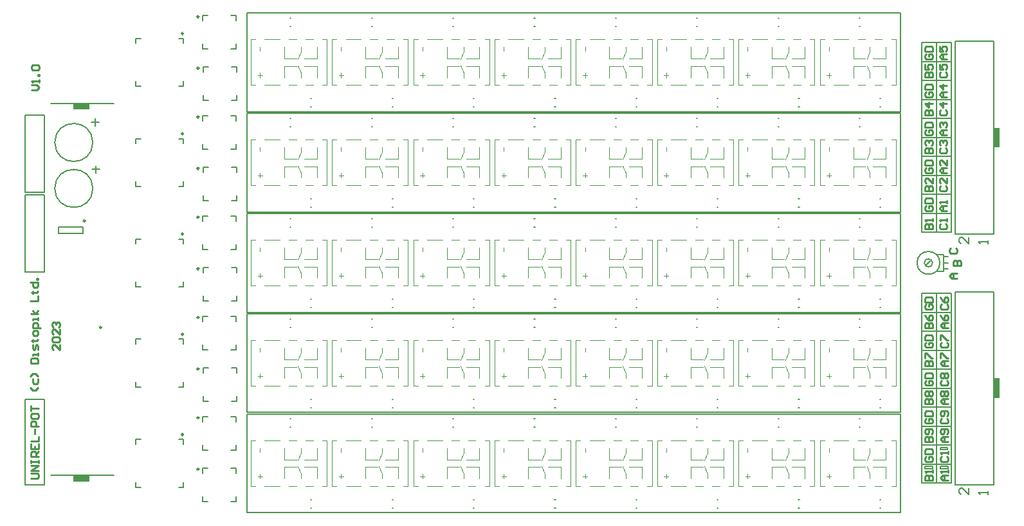
<source format=gto>
G04*
G04 #@! TF.GenerationSoftware,Altium Limited,Altium Designer,20.0.9 (164)*
G04*
G04 Layer_Color=65535*
%FSLAX25Y25*%
%MOIN*%
G70*
G01*
G75*
%ADD10C,0.00787*%
%ADD11C,0.00984*%
%ADD12C,0.00394*%
%ADD13C,0.01000*%
%ADD14C,0.00800*%
G36*
X32283Y37402D02*
X23622D01*
Y40551D01*
X32283D01*
Y37402D01*
D02*
G37*
G36*
X32283Y230315D02*
X23622D01*
Y233465D01*
X32283D01*
Y230315D01*
D02*
G37*
G36*
X503922Y80709D02*
X500787D01*
Y90945D01*
X503922D01*
Y80709D01*
D02*
G37*
G36*
X503922Y210630D02*
X500787D01*
Y220866D01*
X503922D01*
Y210630D01*
D02*
G37*
D10*
X469049Y150787D02*
G03*
X469049Y150787I-2120J0D01*
G01*
X472835D02*
G03*
X472835Y150787I-5906J0D01*
G01*
X33858Y189370D02*
G03*
X33858Y189370I-9843J0D01*
G01*
Y213189D02*
G03*
X33858Y213189I-9843J0D01*
G01*
X-1181Y35827D02*
X1181D01*
X-1181D02*
Y79921D01*
X-787D01*
X-1181Y35827D02*
X8661D01*
Y79921D01*
X-1181D02*
X8661D01*
X472958Y55112D02*
X476895D01*
X472958Y53931D02*
Y55112D01*
X476895Y53931D02*
Y55112D01*
X472958Y53931D02*
X476895D01*
X473021Y45286D02*
X476958D01*
X473021Y44104D02*
Y45286D01*
X476958Y44104D02*
Y45286D01*
X473021Y44104D02*
X476958D01*
X465167Y44059D02*
X469104D01*
Y45240D01*
X465167Y44059D02*
Y45240D01*
X469104D01*
X12205Y40551D02*
X44882D01*
X24409Y233465D02*
X26378D01*
X12205D02*
X44882D01*
X478740Y75984D02*
Y95669D01*
X471260Y146457D02*
X474803D01*
Y147638D02*
X477165D01*
X474803Y150787D02*
X477165D01*
X474803Y153937D02*
X477165D01*
X474803Y146457D02*
Y155118D01*
X471260D02*
X474803D01*
X465551Y149409D02*
X468110Y151969D01*
X463386Y116142D02*
Y135039D01*
X478740D01*
Y115354D02*
Y135039D01*
X463386Y115354D02*
X478740D01*
X471063D02*
Y135039D01*
X463386Y125197D02*
X478740D01*
X463386Y115354D02*
Y118898D01*
Y95669D02*
Y99213D01*
X463386Y105512D02*
X478740D01*
X471063Y95669D02*
Y115354D01*
X463386Y95669D02*
X478740D01*
Y115354D01*
X463386D02*
X478740D01*
X463386Y96457D02*
Y115354D01*
X463386Y75984D02*
Y79528D01*
X463386Y85827D02*
X478740D01*
X471063Y75984D02*
Y95669D01*
X463386Y75984D02*
X478740D01*
X463386Y95669D02*
X478740D01*
X463386Y76772D02*
Y95669D01*
X463386Y56299D02*
Y59842D01*
X463386Y66142D02*
X478740D01*
X471063Y56299D02*
Y75984D01*
X463386Y56299D02*
X478740D01*
Y75984D01*
X463386D02*
X478740D01*
X463386Y57087D02*
Y75984D01*
X463386Y36614D02*
Y40157D01*
X463386Y46457D02*
X478740D01*
X471063Y36614D02*
Y56299D01*
X463386Y36614D02*
X478740D01*
Y56299D01*
X463386D02*
X478740D01*
X463386Y37402D02*
Y56299D01*
Y167323D02*
Y186221D01*
X478740D01*
Y166535D02*
Y186221D01*
X463386Y166535D02*
X478740D01*
X471063D02*
Y186221D01*
X463386Y176378D02*
X478740D01*
X463386Y166535D02*
Y170079D01*
X463386Y187008D02*
Y205906D01*
X478740D01*
Y186221D02*
Y205906D01*
X463386Y186221D02*
X478740D01*
X471063D02*
Y205906D01*
X463386Y196063D02*
X478740D01*
X463386Y186221D02*
Y189764D01*
X463386Y206693D02*
Y225590D01*
X478740D01*
Y205906D02*
Y225590D01*
X463386Y205906D02*
X478740D01*
X471063D02*
Y225590D01*
X463386Y215748D02*
X478740D01*
X463386Y205906D02*
Y209449D01*
X463386Y226378D02*
Y245276D01*
X478740D01*
Y225590D02*
Y245276D01*
X463386Y225590D02*
X478740D01*
X471063D02*
Y245276D01*
X463386Y235433D02*
X478740D01*
X463386Y225590D02*
Y229134D01*
Y245276D02*
Y248819D01*
X463386Y255118D02*
X478740D01*
X471063Y245276D02*
Y264961D01*
X463386Y245276D02*
X478740D01*
Y264961D01*
X463386D02*
X478740D01*
X463386Y246063D02*
Y264961D01*
X113779Y228346D02*
X452362D01*
X480827Y265866D02*
X500827Y265866D01*
X500827Y165866D02*
Y173366D01*
X480827Y165866D02*
X500827Y165866D01*
X480827Y165866D02*
X480827Y173366D01*
Y265866D01*
X500827Y265866D02*
X500827Y173366D01*
X113779Y280315D02*
X452362D01*
X113779D02*
X452362D01*
X113779D02*
X452362D01*
X113779D02*
X452362D01*
X113779D02*
X452362D01*
X113779D02*
X452362D01*
Y229134D02*
Y280315D01*
Y229134D02*
Y280315D01*
X452362Y229134D02*
Y280315D01*
X452362Y229134D02*
Y280315D01*
Y229134D02*
Y280315D01*
Y229134D02*
Y280315D01*
X113779Y229134D02*
Y280315D01*
Y229134D02*
Y280315D01*
X113779Y229134D02*
Y280315D01*
X113779Y229134D02*
Y280315D01*
Y229134D02*
Y280315D01*
Y229134D02*
Y280315D01*
X113779Y177165D02*
X452362D01*
X113779D02*
X452362D01*
X113779D02*
X452362D01*
X113779D02*
X452362D01*
X113779D02*
X452362D01*
X113779D02*
X452362D01*
Y228346D01*
Y177165D02*
Y228346D01*
X452362Y177165D02*
Y228346D01*
X452362Y177165D02*
Y228346D01*
Y177165D02*
Y228346D01*
Y177165D02*
Y228346D01*
X113779Y177165D02*
Y228346D01*
Y177165D02*
Y228346D01*
X113779Y177165D02*
Y228346D01*
X113779Y177165D02*
Y228346D01*
Y177165D02*
Y228346D01*
Y177165D02*
Y228346D01*
X113779Y125197D02*
X452362D01*
X113779D02*
X452362D01*
X113779D02*
X452362D01*
X113779D02*
X452362D01*
X113779D02*
X452362D01*
X113779D02*
X452362D01*
X113779Y176378D02*
X452362D01*
X113779D02*
X452362D01*
X113779D02*
X452362D01*
X113779D02*
X452362D01*
X113779D02*
X452362D01*
X113779D02*
X452362D01*
Y125197D02*
Y176378D01*
Y125197D02*
Y176378D01*
X452362Y125197D02*
Y176378D01*
X452362Y125197D02*
Y176378D01*
Y125197D02*
Y176378D01*
Y125197D02*
Y176378D01*
X113779Y125197D02*
Y176378D01*
Y125197D02*
Y176378D01*
X113779Y125197D02*
Y176378D01*
X113779Y125197D02*
Y176378D01*
Y125197D02*
Y176378D01*
Y125197D02*
Y176378D01*
Y73228D02*
X452362D01*
X113779D02*
X452362D01*
X113779D02*
X452362D01*
X113779D02*
X452362D01*
X113779D02*
X452362D01*
X113779D02*
X452362D01*
X113779Y124409D02*
X452362D01*
X113779D02*
X452362D01*
X113779D02*
X452362D01*
X113779D02*
X452362D01*
X113779D02*
X452362D01*
X113779D02*
X452362D01*
Y73228D02*
Y124409D01*
Y73228D02*
Y124409D01*
X452362Y73228D02*
Y124409D01*
X452362Y73228D02*
Y124409D01*
Y73228D02*
Y124409D01*
Y73228D02*
Y124409D01*
X113779Y73228D02*
Y124409D01*
Y73228D02*
Y124409D01*
X113779Y73228D02*
Y124409D01*
X113779Y73228D02*
Y124409D01*
Y73228D02*
Y124409D01*
Y73228D02*
Y124409D01*
Y280315D02*
X452362D01*
X113779D02*
X452362D01*
X113779D02*
X452362D01*
X113779D02*
X452362D01*
X113779D02*
X452362D01*
X113779D02*
X452362D01*
Y229134D02*
Y280315D01*
Y229134D02*
Y280315D01*
X452362Y229134D02*
Y280315D01*
X452362Y229134D02*
Y280315D01*
Y229134D02*
Y280315D01*
Y229134D02*
Y280315D01*
X113779Y229134D02*
Y280315D01*
Y229134D02*
Y280315D01*
X113779Y229134D02*
Y280315D01*
X113779Y229134D02*
Y280315D01*
Y229134D02*
Y280315D01*
Y229134D02*
Y280315D01*
X113779Y177165D02*
X452362D01*
X113779D02*
X452362D01*
X113779D02*
X452362D01*
X113779D02*
X452362D01*
X113779D02*
X452362D01*
X113779D02*
X452362D01*
Y228346D01*
Y177165D02*
Y228346D01*
X452362Y177165D02*
Y228346D01*
X452362Y177165D02*
Y228346D01*
Y177165D02*
Y228346D01*
Y177165D02*
Y228346D01*
X113779Y177165D02*
Y228346D01*
Y177165D02*
Y228346D01*
X113779Y177165D02*
Y228346D01*
X113779Y177165D02*
Y228346D01*
Y177165D02*
Y228346D01*
Y177165D02*
Y228346D01*
X113779Y125197D02*
X452362D01*
X113779D02*
X452362D01*
X113779D02*
X452362D01*
X113779D02*
X452362D01*
X113779D02*
X452362D01*
X113779D02*
X452362D01*
X113779Y176378D02*
X452362D01*
X113779D02*
X452362D01*
X113779D02*
X452362D01*
X113779D02*
X452362D01*
X113779D02*
X452362D01*
X113779D02*
X452362D01*
Y125197D02*
Y176378D01*
Y125197D02*
Y176378D01*
X452362Y125197D02*
Y176378D01*
X452362Y125197D02*
Y176378D01*
Y125197D02*
Y176378D01*
Y125197D02*
Y176378D01*
X113779Y125197D02*
Y176378D01*
Y125197D02*
Y176378D01*
X113779Y125197D02*
Y176378D01*
X113779Y125197D02*
Y176378D01*
Y125197D02*
Y176378D01*
Y125197D02*
Y176378D01*
Y73228D02*
X452362D01*
X113779D02*
X452362D01*
X113779D02*
X452362D01*
X113779D02*
X452362D01*
X113779D02*
X452362D01*
X113779D02*
X452362D01*
X113779Y124409D02*
X452362D01*
X113779D02*
X452362D01*
X113779D02*
X452362D01*
X113779D02*
X452362D01*
X113779D02*
X452362D01*
X113779D02*
X452362D01*
Y73228D02*
Y124409D01*
Y73228D02*
Y124409D01*
X452362Y73228D02*
Y124409D01*
X452362Y73228D02*
Y124409D01*
Y73228D02*
Y124409D01*
Y73228D02*
Y124409D01*
X113779Y73228D02*
Y124409D01*
Y73228D02*
Y124409D01*
X113779Y73228D02*
Y124409D01*
X113779Y73228D02*
Y124409D01*
Y73228D02*
Y124409D01*
Y73228D02*
Y124409D01*
X113779Y177165D02*
Y228346D01*
X113779Y177165D02*
Y228346D01*
X113779Y177165D02*
Y228346D01*
X113779Y177165D02*
X452362D01*
X113779Y72441D02*
X452362D01*
X113779D02*
X452362D01*
X113779D02*
X452362D01*
X113779D02*
X452362D01*
X113779D02*
X452362D01*
X113779D02*
X452362D01*
X113779Y21260D02*
X452362D01*
X113779D02*
X452362D01*
X113779D02*
X452362D01*
X113779D02*
X452362D01*
X113779D02*
X452362D01*
X113779D02*
X452362D01*
Y72441D01*
Y21260D02*
Y72441D01*
X452362Y21260D02*
Y72441D01*
X452362Y21260D02*
Y72441D01*
Y21260D02*
Y72441D01*
Y21260D02*
Y72441D01*
X113779Y21260D02*
Y72441D01*
Y21260D02*
Y72441D01*
X113779Y21260D02*
Y72441D01*
X113779Y21260D02*
Y72441D01*
Y21260D02*
Y72441D01*
Y21260D02*
Y72441D01*
X113779D02*
X452362D01*
X113779Y21260D02*
X452362D01*
Y72441D01*
X113779Y21260D02*
Y72441D01*
X452362D01*
X113779Y21260D02*
X452362D01*
Y72441D01*
X113779Y21260D02*
Y72441D01*
Y124409D02*
X452362D01*
X113779Y73228D02*
X452362D01*
Y124409D01*
X113779Y73228D02*
Y124409D01*
Y176378D02*
X452362D01*
X113779Y125197D02*
X452362D01*
Y176378D01*
X113779Y125197D02*
Y176378D01*
Y177165D02*
X452362D01*
Y228346D01*
X113779Y280315D02*
X452362D01*
X113779D02*
X452362D01*
X113779D02*
X452362D01*
X113779D02*
X452362D01*
Y229134D02*
Y280315D01*
Y229134D02*
Y280315D01*
X452362Y229134D02*
Y280315D01*
X452362Y229134D02*
Y280315D01*
X113779Y229134D02*
Y280315D01*
Y229134D02*
Y280315D01*
X113779Y229134D02*
Y280315D01*
X113779Y229134D02*
Y280315D01*
X113779Y177165D02*
X452362D01*
X113779D02*
X452362D01*
X113779D02*
X452362D01*
X113779D02*
X452362D01*
Y228346D01*
Y177165D02*
Y228346D01*
X452362Y177165D02*
Y228346D01*
X452362Y177165D02*
Y228346D01*
X113779Y177165D02*
Y228346D01*
Y177165D02*
Y228346D01*
X113779Y177165D02*
Y228346D01*
X113779Y177165D02*
Y228346D01*
X113779Y125197D02*
X452362D01*
X113779D02*
X452362D01*
X113779D02*
X452362D01*
X113779D02*
X452362D01*
X113779Y176378D02*
X452362D01*
X113779D02*
X452362D01*
X113779D02*
X452362D01*
X113779D02*
X452362D01*
Y125197D02*
Y176378D01*
Y125197D02*
Y176378D01*
X452362Y125197D02*
Y176378D01*
X452362Y125197D02*
Y176378D01*
X113779Y125197D02*
Y176378D01*
Y125197D02*
Y176378D01*
X113779Y125197D02*
Y176378D01*
X113779Y125197D02*
Y176378D01*
Y73228D02*
X452362D01*
X113779D02*
X452362D01*
X113779D02*
X452362D01*
X113779D02*
X452362D01*
X113779Y124409D02*
X452362D01*
X113779D02*
X452362D01*
X113779D02*
X452362D01*
X113779D02*
X452362D01*
Y73228D02*
Y124409D01*
Y73228D02*
Y124409D01*
X452362Y73228D02*
Y124409D01*
X452362Y73228D02*
Y124409D01*
X113779Y73228D02*
Y124409D01*
Y73228D02*
Y124409D01*
X113779Y73228D02*
Y124409D01*
X113779Y73228D02*
Y124409D01*
X113779Y72441D02*
X452362D01*
X113779Y21260D02*
X452362D01*
Y72441D01*
X113779Y21260D02*
Y72441D01*
Y124409D02*
X452362D01*
X113779Y73228D02*
X452362D01*
Y124409D01*
X113779Y73228D02*
Y124409D01*
Y176378D02*
X452362D01*
X113779Y125197D02*
X452362D01*
Y176378D01*
X113779Y125197D02*
Y176378D01*
Y177165D02*
X452362D01*
Y228346D01*
X113779Y21260D02*
X452362D01*
X113779Y72441D02*
X452362D01*
Y21260D02*
Y72441D01*
X113779Y21260D02*
Y72441D01*
Y73228D02*
X452362D01*
X113779Y124409D02*
X452362D01*
Y73228D02*
Y124409D01*
X113779Y73228D02*
Y124409D01*
Y125197D02*
X452362D01*
X113779Y176378D02*
X452362D01*
Y125197D02*
Y176378D01*
X113779Y125197D02*
Y176378D01*
Y177165D02*
X452362D01*
Y228346D01*
X113779Y280315D02*
X452362D01*
X113779D02*
X452362D01*
Y229134D02*
Y280315D01*
Y229134D02*
Y280315D01*
X113779Y229134D02*
Y280315D01*
Y229134D02*
Y280315D01*
X113779Y177165D02*
X452362D01*
X113779D02*
X452362D01*
Y228346D01*
Y177165D02*
Y228346D01*
X113779Y177165D02*
Y228346D01*
Y177165D02*
Y228346D01*
X113779Y176378D02*
X452362D01*
X113779D02*
X452362D01*
X113779Y125197D02*
X452362D01*
X113779D02*
X452362D01*
Y176378D01*
Y125197D02*
Y176378D01*
X113779Y125197D02*
Y176378D01*
Y125197D02*
Y176378D01*
Y72441D02*
X452362D01*
X113779D02*
X452362D01*
X113779Y21260D02*
X452362D01*
X113779D02*
X452362D01*
Y72441D01*
Y21260D02*
Y72441D01*
X113779Y21260D02*
Y72441D01*
Y21260D02*
Y72441D01*
X113779Y21260D02*
X452362D01*
X113779Y72441D02*
X452362D01*
Y21260D02*
Y72441D01*
X113779Y21260D02*
Y72441D01*
Y73228D02*
X452362D01*
X113779Y124409D02*
X452362D01*
Y73228D02*
Y124409D01*
X113779Y73228D02*
Y124409D01*
Y125197D02*
X452362D01*
X113779Y176378D02*
X452362D01*
Y125197D02*
Y176378D01*
X113779Y125197D02*
Y176378D01*
Y177165D02*
X452362D01*
Y228346D01*
X113779Y176378D02*
X452362D01*
X113779Y124409D02*
X452362D01*
X113779Y125197D02*
X452362D01*
X113779Y73228D02*
X452362D01*
Y124409D01*
X113779Y73228D02*
Y124409D01*
X452362Y125197D02*
Y176378D01*
X113779Y125197D02*
Y176378D01*
X452362Y177165D02*
Y228346D01*
X113779Y280315D02*
X452362D01*
Y229134D02*
Y280315D01*
X113779Y229134D02*
Y280315D01*
X113779Y177165D02*
X452362D01*
Y228346D01*
X113779Y177165D02*
Y228346D01*
X113779Y125197D02*
X452362D01*
X113779Y176378D02*
X452362D01*
Y125197D02*
Y176378D01*
X113779Y125197D02*
Y176378D01*
Y73228D02*
X452362D01*
X113779Y124409D02*
X452362D01*
Y73228D02*
Y124409D01*
X113779Y73228D02*
Y124409D01*
Y280315D02*
X452362D01*
X113779Y229134D02*
X452362D01*
Y280315D01*
X113779Y229134D02*
Y280315D01*
X113779Y177165D02*
X452362D01*
Y228346D01*
X113779Y177165D02*
Y228346D01*
X113779Y176378D02*
X452362D01*
X113779Y125197D02*
X452362D01*
Y176378D01*
X113779Y125197D02*
Y176378D01*
Y124409D02*
X452362D01*
X113779Y73228D02*
X452362D01*
Y124409D01*
X113779Y73228D02*
Y124409D01*
Y72441D02*
X452362D01*
X113779Y21260D02*
X452362D01*
Y72441D01*
X113779Y21260D02*
Y72441D01*
X146850Y236024D02*
X147244D01*
X146850Y231693D02*
X147244D01*
X188976Y236024D02*
X189370D01*
X188976Y231693D02*
X189370D01*
X231102Y236024D02*
X231496D01*
X231102Y231693D02*
X231496D01*
X273228Y236024D02*
X273622D01*
X273228Y231693D02*
X273622D01*
X315354Y236024D02*
X315748D01*
X315354Y231693D02*
X315748D01*
X357480Y236024D02*
X357874D01*
X357480Y231693D02*
X357874D01*
X399606Y236024D02*
X400000D01*
X399606Y231693D02*
X400000D01*
X441732Y236024D02*
X442126D01*
X441732Y231693D02*
X442126D01*
X136221Y277756D02*
X136614D01*
X136221Y273425D02*
X136614D01*
X178347Y277756D02*
X178740D01*
X178347Y273425D02*
X178740D01*
X220472Y277756D02*
X220866D01*
X220472Y273425D02*
X220866D01*
X262598Y277756D02*
X262992D01*
X262598Y273425D02*
X262992D01*
X304724Y277756D02*
X305118D01*
X304724Y273425D02*
X305118D01*
X346850Y277756D02*
X347244D01*
X346850Y273425D02*
X347244D01*
X388976Y277756D02*
X389370D01*
X388976Y273425D02*
X389370D01*
X431102Y277756D02*
X431496D01*
X431102Y273425D02*
X431496D01*
X146850Y184055D02*
X147244D01*
X146850Y179724D02*
X147244D01*
X188976Y184055D02*
X189370D01*
X188976Y179724D02*
X189370D01*
X231102Y184055D02*
X231496D01*
X231102Y179724D02*
X231496D01*
X273228Y184055D02*
X273622D01*
X273228Y179724D02*
X273622D01*
X315354Y184055D02*
X315748D01*
X315354Y179724D02*
X315748D01*
X357480Y184055D02*
X357874D01*
X357480Y179724D02*
X357874D01*
X399606Y184055D02*
X400000D01*
X399606Y179724D02*
X400000D01*
X441732Y184055D02*
X442126D01*
X441732Y179724D02*
X442126D01*
X136221Y225787D02*
X136614D01*
X136221Y221457D02*
X136614D01*
X178347Y225787D02*
X178740D01*
X178347Y221457D02*
X178740D01*
X220472Y225787D02*
X220866D01*
X220472Y221457D02*
X220866D01*
X262598Y225787D02*
X262992D01*
X262598Y221457D02*
X262992D01*
X304724Y225787D02*
X305118D01*
X304724Y221457D02*
X305118D01*
X346850Y225787D02*
X347244D01*
X346850Y221457D02*
X347244D01*
X388976Y225787D02*
X389370D01*
X388976Y221457D02*
X389370D01*
X431102Y225787D02*
X431496D01*
X431102Y221457D02*
X431496D01*
X146850Y132087D02*
X147244D01*
X146850Y127756D02*
X147244D01*
X188976Y132087D02*
X189370D01*
X188976Y127756D02*
X189370D01*
X231102Y132087D02*
X231496D01*
X231102Y127756D02*
X231496D01*
X273228Y132087D02*
X273622D01*
X273228Y127756D02*
X273622D01*
X315354Y132087D02*
X315748D01*
X315354Y127756D02*
X315748D01*
X357480Y132087D02*
X357874D01*
X357480Y127756D02*
X357874D01*
X399606Y132087D02*
X400000D01*
X399606Y127756D02*
X400000D01*
X441732Y132087D02*
X442126D01*
X441732Y127756D02*
X442126D01*
X136221Y173819D02*
X136614D01*
X136221Y169488D02*
X136614D01*
X178347Y173819D02*
X178740D01*
X178347Y169488D02*
X178740D01*
X220472Y173819D02*
X220866D01*
X220472Y169488D02*
X220866D01*
X262598Y173819D02*
X262992D01*
X262598Y169488D02*
X262992D01*
X304724Y173819D02*
X305118D01*
X304724Y169488D02*
X305118D01*
X346850Y173819D02*
X347244D01*
X346850Y169488D02*
X347244D01*
X388976Y173819D02*
X389370D01*
X388976Y169488D02*
X389370D01*
X431102Y173819D02*
X431496D01*
X431102Y169488D02*
X431496D01*
X146850Y80118D02*
X147244D01*
X146850Y75787D02*
X147244D01*
X188976Y80118D02*
X189370D01*
X188976Y75787D02*
X189370D01*
X231102Y80118D02*
X231496D01*
X231102Y75787D02*
X231496D01*
X273228Y80118D02*
X273622D01*
X273228Y75787D02*
X273622D01*
X315354Y80118D02*
X315748D01*
X315354Y75787D02*
X315748D01*
X357480Y80118D02*
X357874D01*
X357480Y75787D02*
X357874D01*
X399606Y80118D02*
X400000D01*
X399606Y75787D02*
X400000D01*
X441732Y80118D02*
X442126D01*
X441732Y75787D02*
X442126D01*
X136221Y121850D02*
X136614D01*
X136221Y117520D02*
X136614D01*
X178347Y121850D02*
X178740D01*
X178347Y117520D02*
X178740D01*
X220472Y121850D02*
X220866D01*
X220472Y117520D02*
X220866D01*
X262598Y121850D02*
X262992D01*
X262598Y117520D02*
X262992D01*
X304724Y121850D02*
X305118D01*
X304724Y117520D02*
X305118D01*
X346850Y121850D02*
X347244D01*
X346850Y117520D02*
X347244D01*
X388976Y121850D02*
X389370D01*
X388976Y117520D02*
X389370D01*
X431102Y121850D02*
X431496D01*
X431102Y117520D02*
X431496D01*
X146850Y28150D02*
X147244D01*
X146850Y23819D02*
X147244D01*
X188976Y28150D02*
X189370D01*
X188976Y23819D02*
X189370D01*
X231102Y28150D02*
X231496D01*
X231102Y23819D02*
X231496D01*
X273228Y28150D02*
X273622D01*
X273228Y23819D02*
X273622D01*
X315354Y28150D02*
X315748D01*
X315354Y23819D02*
X315748D01*
X357480Y28150D02*
X357874D01*
X357480Y23819D02*
X357874D01*
X399606Y28150D02*
X400000D01*
X399606Y23819D02*
X400000D01*
X441732Y28150D02*
X442126D01*
X441732Y23819D02*
X442126D01*
X136221Y69882D02*
X136614D01*
X136221Y65551D02*
X136614D01*
X178347Y69882D02*
X178740D01*
X178347Y65551D02*
X178740D01*
X220472Y69882D02*
X220866D01*
X220472Y65551D02*
X220866D01*
X262598Y69882D02*
X262992D01*
X262598Y65551D02*
X262992D01*
X304724Y69882D02*
X305118D01*
X304724Y65551D02*
X305118D01*
X346850Y69882D02*
X347244D01*
X346850Y65551D02*
X347244D01*
X388976Y69882D02*
X389370D01*
X388976Y65551D02*
X389370D01*
X431102Y69882D02*
X431496D01*
X431102Y65551D02*
X431496D01*
X90945Y68504D02*
Y71161D01*
X93602D01*
X105610D02*
X108268D01*
Y68504D02*
Y71161D01*
Y53839D02*
Y56496D01*
X105610Y53839D02*
X108268D01*
X90945D02*
Y56496D01*
Y53839D02*
X93602D01*
X56102Y108661D02*
Y111221D01*
X58661Y111221D01*
X56102Y86417D02*
X56102Y88976D01*
X56102Y86417D02*
X58661Y86417D01*
X78347Y86417D02*
X80905D01*
X80905Y88976D02*
X80905Y86417D01*
Y108661D02*
Y111221D01*
X78347D02*
X80905D01*
X90945Y120482D02*
Y123139D01*
X93602D01*
X105610D02*
X108268D01*
Y120482D02*
Y123139D01*
Y105816D02*
Y108474D01*
X105610Y105816D02*
X108268D01*
X90945D02*
Y108474D01*
Y105816D02*
X93602D01*
X90945Y172415D02*
Y175072D01*
X93602D01*
X105610D02*
X108268D01*
Y172415D02*
Y175072D01*
Y157749D02*
Y160407D01*
X105610Y157749D02*
X108268D01*
X90945D02*
Y160407D01*
Y157749D02*
X93602D01*
X56102Y212598D02*
Y215158D01*
X58661Y215158D01*
X56102Y190354D02*
X56102Y192913D01*
X56102Y190354D02*
X58661Y190354D01*
X78347D02*
X80905Y190354D01*
Y192913D01*
Y215158D02*
X80905Y212598D01*
X78347Y215158D02*
X80905Y215158D01*
X90945Y224390D02*
Y227047D01*
X93602D01*
X105610D02*
X108268D01*
Y224390D02*
Y227047D01*
Y209724D02*
Y212382D01*
X105610Y209724D02*
X108268D01*
X90945D02*
Y212382D01*
Y209724D02*
X93602D01*
X90945Y276317D02*
Y278974D01*
X93602D01*
X105610D02*
X108268D01*
Y276317D02*
Y278974D01*
Y261651D02*
Y264309D01*
X105610Y261651D02*
X108268D01*
X90945D02*
Y264309D01*
Y261651D02*
X93602D01*
X56102Y264567D02*
Y267126D01*
X58661Y267126D01*
X56102Y242323D02*
X56102Y244882D01*
X56102Y242323D02*
X58661Y242323D01*
X78347Y242323D02*
X80905D01*
Y244882D01*
X80905Y267126D02*
X80905Y264567D01*
X78347Y267126D02*
X80905Y267126D01*
X90980Y249659D02*
Y252316D01*
X93638D01*
X105646D02*
X108303D01*
Y249659D02*
Y252316D01*
Y234993D02*
Y237651D01*
X105646Y234993D02*
X108303D01*
X90980D02*
Y237651D01*
Y234993D02*
X93638D01*
X90980Y197690D02*
Y200348D01*
X93638D01*
X105646D02*
X108303D01*
Y197690D02*
Y200348D01*
Y183025D02*
Y185682D01*
X105646Y183025D02*
X108303D01*
X90980D02*
Y185682D01*
Y183025D02*
X93638D01*
X56102Y160630D02*
Y163189D01*
X58661Y163189D01*
X56102Y138386D02*
X56102Y140945D01*
X56102Y138386D02*
X58661Y138386D01*
X78347Y138386D02*
X80905D01*
X80905Y140945D02*
X80905Y138386D01*
Y160630D02*
Y163189D01*
X78347D02*
X80905D01*
X480827Y135709D02*
X500827D01*
Y35709D02*
Y43209D01*
X480827Y35709D02*
X500827D01*
X480827D02*
Y43209D01*
X480827Y135709D01*
X500827Y43209D02*
Y135709D01*
X-1063Y146024D02*
X8937D01*
X-1063D02*
Y186024D01*
X8937Y146024D02*
Y186024D01*
X-1063D02*
X8937D01*
X-1063Y187520D02*
X8937D01*
X-1063D02*
Y227520D01*
X8937Y187520D02*
Y227520D01*
X-1063D02*
X8937D01*
X90980Y145722D02*
Y148379D01*
X93638D01*
X105646D02*
X108303Y148379D01*
X108303Y145722D01*
X108303Y131056D02*
X108303Y133714D01*
X105646Y131056D02*
X108303Y131056D01*
X90980Y131056D02*
Y133714D01*
Y131056D02*
X93638D01*
X90980Y93753D02*
Y96411D01*
X93638D01*
X105646D02*
X108303D01*
Y93753D02*
Y96411D01*
Y79088D02*
Y81745D01*
X105646Y79088D02*
X108303D01*
X90980D02*
Y81745D01*
Y79088D02*
X93638D01*
X56102Y56693D02*
Y59252D01*
X58661D01*
X56102Y34449D02*
Y37008D01*
Y34449D02*
X58661Y34449D01*
X78347Y34449D02*
X80905D01*
Y37008D01*
Y56693D02*
X80905Y59252D01*
X78347D02*
X80905D01*
X16142Y169488D02*
X16142Y165945D01*
X28740Y169488D02*
X28740Y165945D01*
X16142Y165945D02*
X28740Y165945D01*
X16142Y169488D02*
X28740D01*
X90945Y41831D02*
X90945Y44488D01*
X93602Y44488D01*
X105610D02*
X108268Y44488D01*
X108268Y41831D01*
Y27165D02*
Y29823D01*
X105610Y27165D02*
X108268D01*
X90945Y29823D02*
X90945Y27165D01*
X93602Y27165D01*
X35434Y197244D02*
Y201180D01*
X33466Y199212D02*
X37402D01*
X35237Y221850D02*
Y225786D01*
X33269Y223818D02*
X37205D01*
D11*
X38386Y117323D02*
G03*
X38386Y117323I-492J0D01*
G01*
X88878Y70571D02*
G03*
X88878Y70571I-492J0D01*
G01*
X80807Y113779D02*
G03*
X80807Y113779I-492J0D01*
G01*
X88878Y122549D02*
G03*
X88878Y122549I-492J0D01*
G01*
Y174482D02*
G03*
X88878Y174482I-492J0D01*
G01*
X80807Y217717D02*
G03*
X80807Y217717I-492J0D01*
G01*
X88878Y226456D02*
G03*
X88878Y226456I-492J0D01*
G01*
X88878Y278384D02*
G03*
X88878Y278384I-492J0D01*
G01*
X80807Y269685D02*
G03*
X80807Y269685I-492J0D01*
G01*
X88913Y251726D02*
G03*
X88913Y251726I-492J0D01*
G01*
Y199757D02*
G03*
X88913Y199757I-492J0D01*
G01*
X80807Y165748D02*
G03*
X80807Y165748I-492J0D01*
G01*
X88913Y147789D02*
G03*
X88913Y147789I-492J0D01*
G01*
Y95820D02*
G03*
X88913Y95820I-492J0D01*
G01*
X80807Y61811D02*
G03*
X80807Y61811I-492J0D01*
G01*
X29921Y172638D02*
G03*
X29921Y172638I-492J0D01*
G01*
X88878Y43898D02*
G03*
X88878Y43898I-492J0D01*
G01*
D12*
X115748Y242913D02*
X118110D01*
X122835D02*
X130709D01*
X135433D02*
X139370D01*
X144095D02*
X148031D01*
X152756D02*
X155118D01*
X152756Y266535D02*
X155118D01*
X144095D02*
X148031D01*
X135433D02*
X139370D01*
X122835D02*
X130709D01*
X115748D02*
X118110D01*
X155118Y242913D02*
Y266535D01*
X133071Y256693D02*
Y262598D01*
Y256693D02*
X139370D01*
X141732Y260236D02*
Y262598D01*
X140102Y256323D02*
X141732Y260236D01*
X150000Y256693D02*
Y262598D01*
X143307Y256693D02*
X150000D01*
X143307Y252756D02*
X150000D01*
Y246850D02*
Y252756D01*
X140102Y253126D02*
X141732Y249213D01*
Y246850D02*
Y249213D01*
X133071Y252756D02*
X139370D01*
X133071Y246850D02*
Y252756D01*
X120472Y260630D02*
Y262598D01*
X119291Y248031D02*
X121653D01*
X120472Y246850D02*
Y249213D01*
X115748Y242913D02*
Y266535D01*
X157874Y242913D02*
X160236D01*
X164961D02*
X172835D01*
X177559D02*
X181496D01*
X186221D02*
X190157D01*
X194882D02*
X197244D01*
X194882Y266535D02*
X197244D01*
X186221D02*
X190157D01*
X177559D02*
X181496D01*
X164961D02*
X172835D01*
X157874D02*
X160236D01*
X197244Y242913D02*
Y266535D01*
X175197Y256693D02*
Y262598D01*
Y256693D02*
X181496D01*
X183858Y260236D02*
Y262598D01*
X182228Y256323D02*
X183858Y260236D01*
X192126Y256693D02*
Y262598D01*
X185433Y256693D02*
X192126D01*
X185433Y252756D02*
X192126D01*
Y246850D02*
Y252756D01*
X182228Y253126D02*
X183858Y249213D01*
Y246850D02*
Y249213D01*
X175197Y252756D02*
X181496D01*
X175197Y246850D02*
Y252756D01*
X162598Y260630D02*
Y262598D01*
X161417Y248031D02*
X163779D01*
X162598Y246850D02*
Y249213D01*
X157874Y242913D02*
Y266535D01*
X200000Y242913D02*
X202362D01*
X207087D02*
X214961D01*
X219685D02*
X223622D01*
X228346D02*
X232283D01*
X237008D02*
X239370D01*
X237008Y266535D02*
X239370D01*
X228346D02*
X232283D01*
X219685D02*
X223622D01*
X207087D02*
X214961D01*
X200000D02*
X202362D01*
X239370Y242913D02*
Y266535D01*
X217323Y256693D02*
Y262598D01*
Y256693D02*
X223622D01*
X225984Y260236D02*
Y262598D01*
X224354Y256323D02*
X225984Y260236D01*
X234252Y256693D02*
Y262598D01*
X227559Y256693D02*
X234252D01*
X227559Y252756D02*
X234252D01*
Y246850D02*
Y252756D01*
X224354Y253126D02*
X225984Y249213D01*
Y246850D02*
Y249213D01*
X217323Y252756D02*
X223622D01*
X217323Y246850D02*
Y252756D01*
X204724Y260630D02*
Y262598D01*
X203543Y248031D02*
X205906D01*
X204724Y246850D02*
Y249213D01*
X200000Y242913D02*
Y266535D01*
X242126Y242913D02*
X244488D01*
X249213D02*
X257087D01*
X261811D02*
X265748D01*
X270472D02*
X274409D01*
X279134D02*
X281496D01*
X279134Y266535D02*
X281496D01*
X270472D02*
X274409D01*
X261811D02*
X265748D01*
X249213D02*
X257087D01*
X242126D02*
X244488D01*
X281496Y242913D02*
Y266535D01*
X259449Y256693D02*
Y262598D01*
Y256693D02*
X265748D01*
X268110Y260236D02*
Y262598D01*
X266479Y256323D02*
X268110Y260236D01*
X276378Y256693D02*
Y262598D01*
X269685Y256693D02*
X276378D01*
X269685Y252756D02*
X276378D01*
Y246850D02*
Y252756D01*
X266479Y253126D02*
X268110Y249213D01*
Y246850D02*
Y249213D01*
X259449Y252756D02*
X265748D01*
X259449Y246850D02*
Y252756D01*
X246850Y260630D02*
Y262598D01*
X245669Y248031D02*
X248031D01*
X246850Y246850D02*
Y249213D01*
X242126Y242913D02*
Y266535D01*
X284252Y242913D02*
X286614D01*
X291339D02*
X299213D01*
X303937D02*
X307874D01*
X312598D02*
X316535D01*
X321260D02*
X323622D01*
X321260Y266535D02*
X323622D01*
X312598D02*
X316535D01*
X303937D02*
X307874D01*
X291339D02*
X299213D01*
X284252D02*
X286614D01*
X323622Y242913D02*
Y266535D01*
X301575Y256693D02*
Y262598D01*
Y256693D02*
X307874D01*
X310236Y260236D02*
Y262598D01*
X308606Y256323D02*
X310236Y260236D01*
X318504Y256693D02*
Y262598D01*
X311811Y256693D02*
X318504D01*
X311811Y252756D02*
X318504D01*
Y246850D02*
Y252756D01*
X308606Y253126D02*
X310236Y249213D01*
Y246850D02*
Y249213D01*
X301575Y252756D02*
X307874D01*
X301575Y246850D02*
Y252756D01*
X288976Y260630D02*
Y262598D01*
X287795Y248031D02*
X290158D01*
X288976Y246850D02*
Y249213D01*
X284252Y242913D02*
Y266535D01*
X326378Y242913D02*
X328740D01*
X333465D02*
X341339D01*
X346063D02*
X350000D01*
X354724D02*
X358661D01*
X363386D02*
X365748D01*
X363386Y266535D02*
X365748D01*
X354724D02*
X358661D01*
X346063D02*
X350000D01*
X333465D02*
X341339D01*
X326378D02*
X328740D01*
X365748Y242913D02*
Y266535D01*
X343701Y256693D02*
Y262598D01*
Y256693D02*
X350000D01*
X352362Y260236D02*
Y262598D01*
X350731Y256323D02*
X352362Y260236D01*
X360630Y256693D02*
Y262598D01*
X353937Y256693D02*
X360630D01*
X353937Y252756D02*
X360630D01*
Y246850D02*
Y252756D01*
X350731Y253126D02*
X352362Y249213D01*
Y246850D02*
Y249213D01*
X343701Y252756D02*
X350000D01*
X343701Y246850D02*
Y252756D01*
X331102Y260630D02*
Y262598D01*
X329921Y248031D02*
X332283D01*
X331102Y246850D02*
Y249213D01*
X326378Y242913D02*
Y266535D01*
X368504Y242913D02*
X370866D01*
X375590D02*
X383465D01*
X388189D02*
X392126D01*
X396850D02*
X400787D01*
X405512D02*
X407874D01*
X405512Y266535D02*
X407874D01*
X396850D02*
X400787D01*
X388189D02*
X392126D01*
X375590D02*
X383465D01*
X368504D02*
X370866D01*
X407874Y242913D02*
Y266535D01*
X385827Y256693D02*
Y262598D01*
Y256693D02*
X392126D01*
X394488Y260236D02*
Y262598D01*
X392858Y256323D02*
X394488Y260236D01*
X402756Y256693D02*
Y262598D01*
X396063Y256693D02*
X402756D01*
X396063Y252756D02*
X402756D01*
Y246850D02*
Y252756D01*
X392858Y253126D02*
X394488Y249213D01*
Y246850D02*
Y249213D01*
X385827Y252756D02*
X392126D01*
X385827Y246850D02*
Y252756D01*
X373228Y260630D02*
Y262598D01*
X372047Y248031D02*
X374410D01*
X373228Y246850D02*
Y249213D01*
X368504Y242913D02*
Y266535D01*
X410630Y242913D02*
X412992D01*
X417717D02*
X425591D01*
X430315D02*
X434252D01*
X438976D02*
X442913D01*
X447638D02*
X450000D01*
X447638Y266535D02*
X450000D01*
X438976D02*
X442913D01*
X430315D02*
X434252D01*
X417717D02*
X425591D01*
X410630D02*
X412992D01*
X450000Y242913D02*
Y266535D01*
X427953Y256693D02*
Y262598D01*
Y256693D02*
X434252D01*
X436614Y260236D02*
Y262598D01*
X434983Y256323D02*
X436614Y260236D01*
X444882Y256693D02*
Y262598D01*
X438189Y256693D02*
X444882D01*
X438189Y252756D02*
X444882D01*
Y246850D02*
Y252756D01*
X434983Y253126D02*
X436614Y249213D01*
Y246850D02*
Y249213D01*
X427953Y252756D02*
X434252D01*
X427953Y246850D02*
Y252756D01*
X415354Y260630D02*
Y262598D01*
X414173Y248031D02*
X416535D01*
X415354Y246850D02*
Y249213D01*
X410630Y242913D02*
Y266535D01*
X115748Y190945D02*
X118110D01*
X122835D02*
X130709D01*
X135433D02*
X139370D01*
X144095D02*
X148031D01*
X152756D02*
X155118D01*
X152756Y214567D02*
X155118D01*
X144095D02*
X148031D01*
X135433D02*
X139370D01*
X122835D02*
X130709D01*
X115748D02*
X118110D01*
X155118Y190945D02*
Y214567D01*
X133071Y204724D02*
Y210630D01*
Y204724D02*
X139370D01*
X141732Y208268D02*
Y210630D01*
X140102Y204354D02*
X141732Y208268D01*
X150000Y204724D02*
Y210630D01*
X143307Y204724D02*
X150000D01*
X143307Y200787D02*
X150000D01*
Y194882D02*
Y200787D01*
X140102Y201158D02*
X141732Y197244D01*
Y194882D02*
Y197244D01*
X133071Y200787D02*
X139370D01*
X133071Y194882D02*
Y200787D01*
X120473Y208661D02*
Y210630D01*
X119291Y196063D02*
X121653D01*
X120473Y194882D02*
Y197244D01*
X115748Y190945D02*
Y214567D01*
X157874Y190945D02*
X160236D01*
X164961D02*
X172835D01*
X177559D02*
X181496D01*
X186221D02*
X190157D01*
X194882D02*
X197244D01*
X194882Y214567D02*
X197244D01*
X186221D02*
X190157D01*
X177559D02*
X181496D01*
X164961D02*
X172835D01*
X157874D02*
X160236D01*
X197244Y190945D02*
Y214567D01*
X175197Y204724D02*
Y210630D01*
Y204724D02*
X181496D01*
X183858Y208268D02*
Y210630D01*
X182228Y204354D02*
X183858Y208268D01*
X192126Y204724D02*
Y210630D01*
X185433Y204724D02*
X192126D01*
X185433Y200787D02*
X192126D01*
Y194882D02*
Y200787D01*
X182228Y201158D02*
X183858Y197244D01*
Y194882D02*
Y197244D01*
X175197Y200787D02*
X181496D01*
X175197Y194882D02*
Y200787D01*
X162599Y208661D02*
Y210630D01*
X161417Y196063D02*
X163779D01*
X162599Y194882D02*
Y197244D01*
X157874Y190945D02*
Y214567D01*
X200000Y190945D02*
X202362D01*
X207087D02*
X214961D01*
X219685D02*
X223622D01*
X228346D02*
X232283D01*
X237008D02*
X239370D01*
X237008Y214567D02*
X239370D01*
X228346D02*
X232283D01*
X219685D02*
X223622D01*
X207087D02*
X214961D01*
X200000D02*
X202362D01*
X239370Y190945D02*
Y214567D01*
X217323Y204724D02*
Y210630D01*
Y204724D02*
X223622D01*
X225984Y208268D02*
Y210630D01*
X224354Y204354D02*
X225984Y208268D01*
X234252Y204724D02*
Y210630D01*
X227559Y204724D02*
X234252D01*
X227559Y200787D02*
X234252D01*
Y194882D02*
Y200787D01*
X224354Y201158D02*
X225984Y197244D01*
Y194882D02*
Y197244D01*
X217323Y200787D02*
X223622D01*
X217323Y194882D02*
Y200787D01*
X204724Y208661D02*
Y210630D01*
X203543Y196063D02*
X205906D01*
X204724Y194882D02*
Y197244D01*
X200000Y190945D02*
Y214567D01*
X242126Y190945D02*
X244488D01*
X249213D02*
X257087D01*
X261811D02*
X265748D01*
X270472D02*
X274410D01*
X279134D02*
X281496D01*
X279134Y214567D02*
X281496D01*
X270472D02*
X274410D01*
X261811D02*
X265748D01*
X249213D02*
X257087D01*
X242126D02*
X244488D01*
X281496Y190945D02*
Y214567D01*
X259449Y204724D02*
Y210630D01*
Y204724D02*
X265748D01*
X268110Y208268D02*
Y210630D01*
X266479Y204354D02*
X268110Y208268D01*
X276378Y204724D02*
Y210630D01*
X269685Y204724D02*
X276378D01*
X269685Y200787D02*
X276378D01*
Y194882D02*
Y200787D01*
X266479Y201158D02*
X268110Y197244D01*
Y194882D02*
Y197244D01*
X259449Y200787D02*
X265748D01*
X259449Y194882D02*
Y200787D01*
X246850Y208661D02*
Y210630D01*
X245669Y196063D02*
X248031D01*
X246850Y194882D02*
Y197244D01*
X242126Y190945D02*
Y214567D01*
X284252Y190945D02*
X286614D01*
X291339D02*
X299213D01*
X303937D02*
X307874D01*
X312598D02*
X316535D01*
X321260D02*
X323622D01*
X321260Y214567D02*
X323622D01*
X312598D02*
X316535D01*
X303937D02*
X307874D01*
X291339D02*
X299213D01*
X284252D02*
X286614D01*
X323622Y190945D02*
Y214567D01*
X301575Y204724D02*
Y210630D01*
Y204724D02*
X307874D01*
X310236Y208268D02*
Y210630D01*
X308606Y204354D02*
X310236Y208268D01*
X318504Y204724D02*
Y210630D01*
X311811Y204724D02*
X318504D01*
X311811Y200787D02*
X318504D01*
Y194882D02*
Y200787D01*
X308606Y201158D02*
X310236Y197244D01*
Y194882D02*
Y197244D01*
X301575Y200787D02*
X307874D01*
X301575Y194882D02*
Y200787D01*
X288976Y208661D02*
Y210630D01*
X287795Y196063D02*
X290158D01*
X288976Y194882D02*
Y197244D01*
X284252Y190945D02*
Y214567D01*
X326378Y190945D02*
X328740D01*
X333465D02*
X341339D01*
X346063D02*
X350000D01*
X354724D02*
X358661D01*
X363386D02*
X365748D01*
X363386Y214567D02*
X365748D01*
X354724D02*
X358661D01*
X346063D02*
X350000D01*
X333465D02*
X341339D01*
X326378D02*
X328740D01*
X365748Y190945D02*
Y214567D01*
X343701Y204724D02*
Y210630D01*
Y204724D02*
X350000D01*
X352362Y208268D02*
Y210630D01*
X350731Y204354D02*
X352362Y208268D01*
X360630Y204724D02*
Y210630D01*
X353937Y204724D02*
X360630D01*
X353937Y200787D02*
X360630D01*
Y194882D02*
Y200787D01*
X350731Y201158D02*
X352362Y197244D01*
Y194882D02*
Y197244D01*
X343701Y200787D02*
X350000D01*
X343701Y194882D02*
Y200787D01*
X331102Y208661D02*
Y210630D01*
X329921Y196063D02*
X332283D01*
X331102Y194882D02*
Y197244D01*
X326378Y190945D02*
Y214567D01*
X368504Y190945D02*
X370866D01*
X375591D02*
X383465D01*
X388189D02*
X392126D01*
X396850D02*
X400787D01*
X405512D02*
X407874D01*
X405512Y214567D02*
X407874D01*
X396850D02*
X400787D01*
X388189D02*
X392126D01*
X375591D02*
X383465D01*
X368504D02*
X370866D01*
X407874Y190945D02*
Y214567D01*
X385827Y204724D02*
Y210630D01*
Y204724D02*
X392126D01*
X394488Y208268D02*
Y210630D01*
X392858Y204354D02*
X394488Y208268D01*
X402756Y204724D02*
Y210630D01*
X396063Y204724D02*
X402756D01*
X396063Y200787D02*
X402756D01*
Y194882D02*
Y200787D01*
X392858Y201158D02*
X394488Y197244D01*
Y194882D02*
Y197244D01*
X385827Y200787D02*
X392126D01*
X385827Y194882D02*
Y200787D01*
X373228Y208661D02*
Y210630D01*
X372047Y196063D02*
X374410D01*
X373228Y194882D02*
Y197244D01*
X368504Y190945D02*
Y214567D01*
X410630Y190945D02*
X412992D01*
X417717D02*
X425591D01*
X430315D02*
X434252D01*
X438976D02*
X442913D01*
X447638D02*
X450000D01*
X447638Y214567D02*
X450000D01*
X438976D02*
X442913D01*
X430315D02*
X434252D01*
X417717D02*
X425591D01*
X410630D02*
X412992D01*
X450000Y190945D02*
Y214567D01*
X427953Y204724D02*
Y210630D01*
Y204724D02*
X434252D01*
X436614Y208268D02*
Y210630D01*
X434983Y204354D02*
X436614Y208268D01*
X444882Y204724D02*
Y210630D01*
X438189Y204724D02*
X444882D01*
X438189Y200787D02*
X444882D01*
Y194882D02*
Y200787D01*
X434983Y201158D02*
X436614Y197244D01*
Y194882D02*
Y197244D01*
X427953Y200787D02*
X434252D01*
X427953Y194882D02*
Y200787D01*
X415354Y208661D02*
Y210630D01*
X414173Y196063D02*
X416536D01*
X415354Y194882D02*
Y197244D01*
X410630Y190945D02*
Y214567D01*
X115748Y138976D02*
X118110D01*
X122835D02*
X130709D01*
X135433D02*
X139370D01*
X144095D02*
X148031D01*
X152756D02*
X155118D01*
X152756Y162598D02*
X155118D01*
X144095D02*
X148031D01*
X135433D02*
X139370D01*
X122835D02*
X130709D01*
X115748D02*
X118110D01*
X155118Y138976D02*
Y162598D01*
X133071Y152756D02*
Y158661D01*
Y152756D02*
X139370D01*
X141732Y156299D02*
Y158661D01*
X140102Y152385D02*
X141732Y156299D01*
X150000Y152756D02*
Y158661D01*
X143307Y152756D02*
X150000D01*
X143307Y148819D02*
X150000D01*
Y142913D02*
Y148819D01*
X140102Y149189D02*
X141732Y145276D01*
Y142913D02*
Y145276D01*
X133071Y148819D02*
X139370D01*
X133071Y142913D02*
Y148819D01*
X120472Y156693D02*
Y158661D01*
X119291Y144095D02*
X121653D01*
X120472Y142913D02*
Y145276D01*
X115748Y138976D02*
Y162598D01*
X157874Y138976D02*
X160236D01*
X164961D02*
X172835D01*
X177559D02*
X181496D01*
X186221D02*
X190157D01*
X194882D02*
X197244D01*
X194882Y162598D02*
X197244D01*
X186221D02*
X190157D01*
X177559D02*
X181496D01*
X164961D02*
X172835D01*
X157874D02*
X160236D01*
X197244Y138976D02*
Y162598D01*
X175197Y152756D02*
Y158661D01*
Y152756D02*
X181496D01*
X183858Y156299D02*
Y158661D01*
X182228Y152385D02*
X183858Y156299D01*
X192126Y152756D02*
Y158661D01*
X185433Y152756D02*
X192126D01*
X185433Y148819D02*
X192126D01*
Y142913D02*
Y148819D01*
X182228Y149189D02*
X183858Y145276D01*
Y142913D02*
Y145276D01*
X175197Y148819D02*
X181496D01*
X175197Y142913D02*
Y148819D01*
X162598Y156693D02*
Y158661D01*
X161417Y144095D02*
X163779D01*
X162598Y142913D02*
Y145276D01*
X157874Y138976D02*
Y162598D01*
X200000Y138976D02*
X202362D01*
X207087D02*
X214961D01*
X219685D02*
X223622D01*
X228346D02*
X232283D01*
X237008D02*
X239370D01*
X237008Y162598D02*
X239370D01*
X228346D02*
X232283D01*
X219685D02*
X223622D01*
X207087D02*
X214961D01*
X200000D02*
X202362D01*
X239370Y138976D02*
Y162598D01*
X217323Y152756D02*
Y158661D01*
Y152756D02*
X223622D01*
X225984Y156299D02*
Y158661D01*
X224354Y152385D02*
X225984Y156299D01*
X234252Y152756D02*
Y158661D01*
X227559Y152756D02*
X234252D01*
X227559Y148819D02*
X234252D01*
Y142913D02*
Y148819D01*
X224354Y149189D02*
X225984Y145276D01*
Y142913D02*
Y145276D01*
X217323Y148819D02*
X223622D01*
X217323Y142913D02*
Y148819D01*
X204724Y156693D02*
Y158661D01*
X203543Y144095D02*
X205906D01*
X204724Y142913D02*
Y145276D01*
X200000Y138976D02*
Y162598D01*
X242126Y138976D02*
X244488D01*
X249213D02*
X257087D01*
X261811D02*
X265748D01*
X270472D02*
X274409D01*
X279134D02*
X281496D01*
X279134Y162598D02*
X281496D01*
X270472D02*
X274409D01*
X261811D02*
X265748D01*
X249213D02*
X257087D01*
X242126D02*
X244488D01*
X281496Y138976D02*
Y162598D01*
X259449Y152756D02*
Y158661D01*
Y152756D02*
X265748D01*
X268110Y156299D02*
Y158661D01*
X266479Y152385D02*
X268110Y156299D01*
X276378Y152756D02*
Y158661D01*
X269685Y152756D02*
X276378D01*
X269685Y148819D02*
X276378D01*
Y142913D02*
Y148819D01*
X266479Y149189D02*
X268110Y145276D01*
Y142913D02*
Y145276D01*
X259449Y148819D02*
X265748D01*
X259449Y142913D02*
Y148819D01*
X246850Y156693D02*
Y158661D01*
X245669Y144095D02*
X248031D01*
X246850Y142913D02*
Y145276D01*
X242126Y138976D02*
Y162598D01*
X284252Y138976D02*
X286614D01*
X291339D02*
X299213D01*
X303937D02*
X307874D01*
X312598D02*
X316535D01*
X321260D02*
X323622D01*
X321260Y162598D02*
X323622D01*
X312598D02*
X316535D01*
X303937D02*
X307874D01*
X291339D02*
X299213D01*
X284252D02*
X286614D01*
X323622Y138976D02*
Y162598D01*
X301575Y152756D02*
Y158661D01*
Y152756D02*
X307874D01*
X310236Y156299D02*
Y158661D01*
X308606Y152385D02*
X310236Y156299D01*
X318504Y152756D02*
Y158661D01*
X311811Y152756D02*
X318504D01*
X311811Y148819D02*
X318504D01*
Y142913D02*
Y148819D01*
X308606Y149189D02*
X310236Y145276D01*
Y142913D02*
Y145276D01*
X301575Y148819D02*
X307874D01*
X301575Y142913D02*
Y148819D01*
X288976Y156693D02*
Y158661D01*
X287795Y144095D02*
X290158D01*
X288976Y142913D02*
Y145276D01*
X284252Y138976D02*
Y162598D01*
X326378Y138976D02*
X328740D01*
X333465D02*
X341339D01*
X346063D02*
X350000D01*
X354724D02*
X358661D01*
X363386D02*
X365748D01*
X363386Y162598D02*
X365748D01*
X354724D02*
X358661D01*
X346063D02*
X350000D01*
X333465D02*
X341339D01*
X326378D02*
X328740D01*
X365748Y138976D02*
Y162598D01*
X343701Y152756D02*
Y158661D01*
Y152756D02*
X350000D01*
X352362Y156299D02*
Y158661D01*
X350731Y152385D02*
X352362Y156299D01*
X360630Y152756D02*
Y158661D01*
X353937Y152756D02*
X360630D01*
X353937Y148819D02*
X360630D01*
Y142913D02*
Y148819D01*
X350731Y149189D02*
X352362Y145276D01*
Y142913D02*
Y145276D01*
X343701Y148819D02*
X350000D01*
X343701Y142913D02*
Y148819D01*
X331102Y156693D02*
Y158661D01*
X329921Y144095D02*
X332283D01*
X331102Y142913D02*
Y145276D01*
X326378Y138976D02*
Y162598D01*
X368504Y138976D02*
X370866D01*
X375590D02*
X383465D01*
X388189D02*
X392126D01*
X396850D02*
X400787D01*
X405512D02*
X407874D01*
X405512Y162598D02*
X407874D01*
X396850D02*
X400787D01*
X388189D02*
X392126D01*
X375590D02*
X383465D01*
X368504D02*
X370866D01*
X407874Y138976D02*
Y162598D01*
X385827Y152756D02*
Y158661D01*
Y152756D02*
X392126D01*
X394488Y156299D02*
Y158661D01*
X392858Y152385D02*
X394488Y156299D01*
X402756Y152756D02*
Y158661D01*
X396063Y152756D02*
X402756D01*
X396063Y148819D02*
X402756D01*
Y142913D02*
Y148819D01*
X392858Y149189D02*
X394488Y145276D01*
Y142913D02*
Y145276D01*
X385827Y148819D02*
X392126D01*
X385827Y142913D02*
Y148819D01*
X373228Y156693D02*
Y158661D01*
X372047Y144095D02*
X374410D01*
X373228Y142913D02*
Y145276D01*
X368504Y138976D02*
Y162598D01*
X410630Y138976D02*
X412992D01*
X417717D02*
X425591D01*
X430315D02*
X434252D01*
X438976D02*
X442913D01*
X447638D02*
X450000D01*
X447638Y162598D02*
X450000D01*
X438976D02*
X442913D01*
X430315D02*
X434252D01*
X417717D02*
X425591D01*
X410630D02*
X412992D01*
X450000Y138976D02*
Y162598D01*
X427953Y152756D02*
Y158661D01*
Y152756D02*
X434252D01*
X436614Y156299D02*
Y158661D01*
X434983Y152385D02*
X436614Y156299D01*
X444882Y152756D02*
Y158661D01*
X438189Y152756D02*
X444882D01*
X438189Y148819D02*
X444882D01*
Y142913D02*
Y148819D01*
X434983Y149189D02*
X436614Y145276D01*
Y142913D02*
Y145276D01*
X427953Y148819D02*
X434252D01*
X427953Y142913D02*
Y148819D01*
X415354Y156693D02*
Y158661D01*
X414173Y144095D02*
X416535D01*
X415354Y142913D02*
Y145276D01*
X410630Y138976D02*
Y162598D01*
X115748Y87008D02*
X118110D01*
X122835D02*
X130709D01*
X135433D02*
X139370D01*
X144095D02*
X148031D01*
X152756D02*
X155118D01*
X152756Y110630D02*
X155118D01*
X144095D02*
X148031D01*
X135433D02*
X139370D01*
X122835D02*
X130709D01*
X115748D02*
X118110D01*
X155118Y87008D02*
Y110630D01*
X133071Y100787D02*
Y106693D01*
Y100787D02*
X139370D01*
X141732Y104331D02*
Y106693D01*
X140102Y100417D02*
X141732Y104331D01*
X150000Y100787D02*
Y106693D01*
X143307Y100787D02*
X150000D01*
X143307Y96850D02*
X150000D01*
Y90945D02*
Y96850D01*
X140102Y97221D02*
X141732Y93307D01*
Y90945D02*
Y93307D01*
X133071Y96850D02*
X139370D01*
X133071Y90945D02*
Y96850D01*
X120472Y104724D02*
Y106693D01*
X119291Y92126D02*
X121653D01*
X120472Y90945D02*
Y93307D01*
X115748Y87008D02*
Y110630D01*
X157874Y87008D02*
X160236D01*
X164961D02*
X172835D01*
X177559D02*
X181496D01*
X186221D02*
X190157D01*
X194882D02*
X197244D01*
X194882Y110630D02*
X197244D01*
X186221D02*
X190157D01*
X177559D02*
X181496D01*
X164961D02*
X172835D01*
X157874D02*
X160236D01*
X197244Y87008D02*
Y110630D01*
X175197Y100787D02*
Y106693D01*
Y100787D02*
X181496D01*
X183858Y104331D02*
Y106693D01*
X182228Y100417D02*
X183858Y104331D01*
X192126Y100787D02*
Y106693D01*
X185433Y100787D02*
X192126D01*
X185433Y96850D02*
X192126D01*
Y90945D02*
Y96850D01*
X182228Y97221D02*
X183858Y93307D01*
Y90945D02*
Y93307D01*
X175197Y96850D02*
X181496D01*
X175197Y90945D02*
Y96850D01*
X162598Y104724D02*
Y106693D01*
X161417Y92126D02*
X163779D01*
X162598Y90945D02*
Y93307D01*
X157874Y87008D02*
Y110630D01*
X200000Y87008D02*
X202362D01*
X207087D02*
X214961D01*
X219685D02*
X223622D01*
X228346D02*
X232283D01*
X237008D02*
X239370D01*
X237008Y110630D02*
X239370D01*
X228346D02*
X232283D01*
X219685D02*
X223622D01*
X207087D02*
X214961D01*
X200000D02*
X202362D01*
X239370Y87008D02*
Y110630D01*
X217323Y100787D02*
Y106693D01*
Y100787D02*
X223622D01*
X225984Y104331D02*
Y106693D01*
X224354Y100417D02*
X225984Y104331D01*
X234252Y100787D02*
Y106693D01*
X227559Y100787D02*
X234252D01*
X227559Y96850D02*
X234252D01*
Y90945D02*
Y96850D01*
X224354Y97221D02*
X225984Y93307D01*
Y90945D02*
Y93307D01*
X217323Y96850D02*
X223622D01*
X217323Y90945D02*
Y96850D01*
X204724Y104724D02*
Y106693D01*
X203543Y92126D02*
X205906D01*
X204724Y90945D02*
Y93307D01*
X200000Y87008D02*
Y110630D01*
X242126Y87008D02*
X244488D01*
X249213D02*
X257087D01*
X261811D02*
X265748D01*
X270472D02*
X274409D01*
X279134D02*
X281496D01*
X279134Y110630D02*
X281496D01*
X270472D02*
X274409D01*
X261811D02*
X265748D01*
X249213D02*
X257087D01*
X242126D02*
X244488D01*
X281496Y87008D02*
Y110630D01*
X259449Y100787D02*
Y106693D01*
Y100787D02*
X265748D01*
X268110Y104331D02*
Y106693D01*
X266479Y100417D02*
X268110Y104331D01*
X276378Y100787D02*
Y106693D01*
X269685Y100787D02*
X276378D01*
X269685Y96850D02*
X276378D01*
Y90945D02*
Y96850D01*
X266479Y97221D02*
X268110Y93307D01*
Y90945D02*
Y93307D01*
X259449Y96850D02*
X265748D01*
X259449Y90945D02*
Y96850D01*
X246850Y104724D02*
Y106693D01*
X245669Y92126D02*
X248031D01*
X246850Y90945D02*
Y93307D01*
X242126Y87008D02*
Y110630D01*
X284252Y87008D02*
X286614D01*
X291339D02*
X299213D01*
X303937D02*
X307874D01*
X312598D02*
X316535D01*
X321260D02*
X323622D01*
X321260Y110630D02*
X323622D01*
X312598D02*
X316535D01*
X303937D02*
X307874D01*
X291339D02*
X299213D01*
X284252D02*
X286614D01*
X323622Y87008D02*
Y110630D01*
X301575Y100787D02*
Y106693D01*
Y100787D02*
X307874D01*
X310236Y104331D02*
Y106693D01*
X308606Y100417D02*
X310236Y104331D01*
X318504Y100787D02*
Y106693D01*
X311811Y100787D02*
X318504D01*
X311811Y96850D02*
X318504D01*
Y90945D02*
Y96850D01*
X308606Y97221D02*
X310236Y93307D01*
Y90945D02*
Y93307D01*
X301575Y96850D02*
X307874D01*
X301575Y90945D02*
Y96850D01*
X288976Y104724D02*
Y106693D01*
X287795Y92126D02*
X290158D01*
X288976Y90945D02*
Y93307D01*
X284252Y87008D02*
Y110630D01*
X326378Y87008D02*
X328740D01*
X333465D02*
X341339D01*
X346063D02*
X350000D01*
X354724D02*
X358661D01*
X363386D02*
X365748D01*
X363386Y110630D02*
X365748D01*
X354724D02*
X358661D01*
X346063D02*
X350000D01*
X333465D02*
X341339D01*
X326378D02*
X328740D01*
X365748Y87008D02*
Y110630D01*
X343701Y100787D02*
Y106693D01*
Y100787D02*
X350000D01*
X352362Y104331D02*
Y106693D01*
X350731Y100417D02*
X352362Y104331D01*
X360630Y100787D02*
Y106693D01*
X353937Y100787D02*
X360630D01*
X353937Y96850D02*
X360630D01*
Y90945D02*
Y96850D01*
X350731Y97221D02*
X352362Y93307D01*
Y90945D02*
Y93307D01*
X343701Y96850D02*
X350000D01*
X343701Y90945D02*
Y96850D01*
X331102Y104724D02*
Y106693D01*
X329921Y92126D02*
X332283D01*
X331102Y90945D02*
Y93307D01*
X326378Y87008D02*
Y110630D01*
X368504Y87008D02*
X370866D01*
X375590D02*
X383465D01*
X388189D02*
X392126D01*
X396850D02*
X400787D01*
X405512D02*
X407874D01*
X405512Y110630D02*
X407874D01*
X396850D02*
X400787D01*
X388189D02*
X392126D01*
X375590D02*
X383465D01*
X368504D02*
X370866D01*
X407874Y87008D02*
Y110630D01*
X385827Y100787D02*
Y106693D01*
Y100787D02*
X392126D01*
X394488Y104331D02*
Y106693D01*
X392858Y100417D02*
X394488Y104331D01*
X402756Y100787D02*
Y106693D01*
X396063Y100787D02*
X402756D01*
X396063Y96850D02*
X402756D01*
Y90945D02*
Y96850D01*
X392858Y97221D02*
X394488Y93307D01*
Y90945D02*
Y93307D01*
X385827Y96850D02*
X392126D01*
X385827Y90945D02*
Y96850D01*
X373228Y104724D02*
Y106693D01*
X372047Y92126D02*
X374410D01*
X373228Y90945D02*
Y93307D01*
X368504Y87008D02*
Y110630D01*
X410630Y87008D02*
X412992D01*
X417717D02*
X425591D01*
X430315D02*
X434252D01*
X438976D02*
X442913D01*
X447638D02*
X450000D01*
X447638Y110630D02*
X450000D01*
X438976D02*
X442913D01*
X430315D02*
X434252D01*
X417717D02*
X425591D01*
X410630D02*
X412992D01*
X450000Y87008D02*
Y110630D01*
X427953Y100787D02*
Y106693D01*
Y100787D02*
X434252D01*
X436614Y104331D02*
Y106693D01*
X434983Y100417D02*
X436614Y104331D01*
X444882Y100787D02*
Y106693D01*
X438189Y100787D02*
X444882D01*
X438189Y96850D02*
X444882D01*
Y90945D02*
Y96850D01*
X434983Y97221D02*
X436614Y93307D01*
Y90945D02*
Y93307D01*
X427953Y96850D02*
X434252D01*
X427953Y90945D02*
Y96850D01*
X415354Y104724D02*
Y106693D01*
X414173Y92126D02*
X416535D01*
X415354Y90945D02*
Y93307D01*
X410630Y87008D02*
Y110630D01*
X115748Y35039D02*
X118110D01*
X122835D02*
X130709D01*
X135433D02*
X139370D01*
X144095D02*
X148031D01*
X152756D02*
X155118D01*
X152756Y58661D02*
X155118D01*
X144095D02*
X148031D01*
X135433D02*
X139370D01*
X122835D02*
X130709D01*
X115748D02*
X118110D01*
X155118Y35039D02*
Y58661D01*
X133071Y48819D02*
Y54724D01*
Y48819D02*
X139370D01*
X141732Y52362D02*
Y54724D01*
X140102Y48449D02*
X141732Y52362D01*
X150000Y48819D02*
Y54724D01*
X143307Y48819D02*
X150000D01*
X143307Y44882D02*
X150000D01*
Y38976D02*
Y44882D01*
X140102Y45252D02*
X141732Y41339D01*
Y38976D02*
Y41339D01*
X133071Y44882D02*
X139370D01*
X133071Y38976D02*
Y44882D01*
X120472Y52756D02*
Y54724D01*
X119291Y40157D02*
X121653D01*
X120472Y38976D02*
Y41339D01*
X115748Y35039D02*
Y58661D01*
X157874Y35039D02*
X160236D01*
X164961D02*
X172835D01*
X177559D02*
X181496D01*
X186221D02*
X190157D01*
X194882D02*
X197244D01*
X194882Y58661D02*
X197244D01*
X186221D02*
X190157D01*
X177559D02*
X181496D01*
X164961D02*
X172835D01*
X157874D02*
X160236D01*
X197244Y35039D02*
Y58661D01*
X175197Y48819D02*
Y54724D01*
Y48819D02*
X181496D01*
X183858Y52362D02*
Y54724D01*
X182228Y48449D02*
X183858Y52362D01*
X192126Y48819D02*
Y54724D01*
X185433Y48819D02*
X192126D01*
X185433Y44882D02*
X192126D01*
Y38976D02*
Y44882D01*
X182228Y45252D02*
X183858Y41339D01*
Y38976D02*
Y41339D01*
X175197Y44882D02*
X181496D01*
X175197Y38976D02*
Y44882D01*
X162598Y52756D02*
Y54724D01*
X161417Y40157D02*
X163779D01*
X162598Y38976D02*
Y41339D01*
X157874Y35039D02*
Y58661D01*
X200000Y35039D02*
X202362D01*
X207087D02*
X214961D01*
X219685D02*
X223622D01*
X228346D02*
X232283D01*
X237008D02*
X239370D01*
X237008Y58661D02*
X239370D01*
X228346D02*
X232283D01*
X219685D02*
X223622D01*
X207087D02*
X214961D01*
X200000D02*
X202362D01*
X239370Y35039D02*
Y58661D01*
X217323Y48819D02*
Y54724D01*
Y48819D02*
X223622D01*
X225984Y52362D02*
Y54724D01*
X224354Y48449D02*
X225984Y52362D01*
X234252Y48819D02*
Y54724D01*
X227559Y48819D02*
X234252D01*
X227559Y44882D02*
X234252D01*
Y38976D02*
Y44882D01*
X224354Y45252D02*
X225984Y41339D01*
Y38976D02*
Y41339D01*
X217323Y44882D02*
X223622D01*
X217323Y38976D02*
Y44882D01*
X204724Y52756D02*
Y54724D01*
X203543Y40157D02*
X205906D01*
X204724Y38976D02*
Y41339D01*
X200000Y35039D02*
Y58661D01*
X242126Y35039D02*
X244488D01*
X249213D02*
X257087D01*
X261811D02*
X265748D01*
X270472D02*
X274409D01*
X279134D02*
X281496D01*
X279134Y58661D02*
X281496D01*
X270472D02*
X274409D01*
X261811D02*
X265748D01*
X249213D02*
X257087D01*
X242126D02*
X244488D01*
X281496Y35039D02*
Y58661D01*
X259449Y48819D02*
Y54724D01*
Y48819D02*
X265748D01*
X268110Y52362D02*
Y54724D01*
X266479Y48449D02*
X268110Y52362D01*
X276378Y48819D02*
Y54724D01*
X269685Y48819D02*
X276378D01*
X269685Y44882D02*
X276378D01*
Y38976D02*
Y44882D01*
X266479Y45252D02*
X268110Y41339D01*
Y38976D02*
Y41339D01*
X259449Y44882D02*
X265748D01*
X259449Y38976D02*
Y44882D01*
X246850Y52756D02*
Y54724D01*
X245669Y40157D02*
X248031D01*
X246850Y38976D02*
Y41339D01*
X242126Y35039D02*
Y58661D01*
X284252Y35039D02*
X286614D01*
X291339D02*
X299213D01*
X303937D02*
X307874D01*
X312598D02*
X316535D01*
X321260D02*
X323622D01*
X321260Y58661D02*
X323622D01*
X312598D02*
X316535D01*
X303937D02*
X307874D01*
X291339D02*
X299213D01*
X284252D02*
X286614D01*
X323622Y35039D02*
Y58661D01*
X301575Y48819D02*
Y54724D01*
Y48819D02*
X307874D01*
X310236Y52362D02*
Y54724D01*
X308606Y48449D02*
X310236Y52362D01*
X318504Y48819D02*
Y54724D01*
X311811Y48819D02*
X318504D01*
X311811Y44882D02*
X318504D01*
Y38976D02*
Y44882D01*
X308606Y45252D02*
X310236Y41339D01*
Y38976D02*
Y41339D01*
X301575Y44882D02*
X307874D01*
X301575Y38976D02*
Y44882D01*
X288976Y52756D02*
Y54724D01*
X287795Y40157D02*
X290158D01*
X288976Y38976D02*
Y41339D01*
X284252Y35039D02*
Y58661D01*
X326378Y35039D02*
X328740D01*
X333465D02*
X341339D01*
X346063D02*
X350000D01*
X354724D02*
X358661D01*
X363386D02*
X365748D01*
X363386Y58661D02*
X365748D01*
X354724D02*
X358661D01*
X346063D02*
X350000D01*
X333465D02*
X341339D01*
X326378D02*
X328740D01*
X365748Y35039D02*
Y58661D01*
X343701Y48819D02*
Y54724D01*
Y48819D02*
X350000D01*
X352362Y52362D02*
Y54724D01*
X350731Y48449D02*
X352362Y52362D01*
X360630Y48819D02*
Y54724D01*
X353937Y48819D02*
X360630D01*
X353937Y44882D02*
X360630D01*
Y38976D02*
Y44882D01*
X350731Y45252D02*
X352362Y41339D01*
Y38976D02*
Y41339D01*
X343701Y44882D02*
X350000D01*
X343701Y38976D02*
Y44882D01*
X331102Y52756D02*
Y54724D01*
X329921Y40157D02*
X332283D01*
X331102Y38976D02*
Y41339D01*
X326378Y35039D02*
Y58661D01*
X368504Y35039D02*
X370866D01*
X375590D02*
X383465D01*
X388189D02*
X392126D01*
X396850D02*
X400787D01*
X405512D02*
X407874D01*
X405512Y58661D02*
X407874D01*
X396850D02*
X400787D01*
X388189D02*
X392126D01*
X375590D02*
X383465D01*
X368504D02*
X370866D01*
X407874Y35039D02*
Y58661D01*
X385827Y48819D02*
Y54724D01*
Y48819D02*
X392126D01*
X394488Y52362D02*
Y54724D01*
X392858Y48449D02*
X394488Y52362D01*
X402756Y48819D02*
Y54724D01*
X396063Y48819D02*
X402756D01*
X396063Y44882D02*
X402756D01*
Y38976D02*
Y44882D01*
X392858Y45252D02*
X394488Y41339D01*
Y38976D02*
Y41339D01*
X385827Y44882D02*
X392126D01*
X385827Y38976D02*
Y44882D01*
X373228Y52756D02*
Y54724D01*
X372047Y40157D02*
X374410D01*
X373228Y38976D02*
Y41339D01*
X368504Y35039D02*
Y58661D01*
X410630Y35039D02*
X412992D01*
X417717D02*
X425591D01*
X430315D02*
X434252D01*
X438976D02*
X442913D01*
X447638D02*
X450000D01*
X447638Y58661D02*
X450000D01*
X438976D02*
X442913D01*
X430315D02*
X434252D01*
X417717D02*
X425591D01*
X410630D02*
X412992D01*
X450000Y35039D02*
Y58661D01*
X427953Y48819D02*
Y54724D01*
Y48819D02*
X434252D01*
X436614Y52362D02*
Y54724D01*
X434983Y48449D02*
X436614Y52362D01*
X444882Y48819D02*
Y54724D01*
X438189Y48819D02*
X444882D01*
X438189Y44882D02*
X444882D01*
Y38976D02*
Y44882D01*
X434983Y45252D02*
X436614Y41339D01*
Y38976D02*
Y41339D01*
X427953Y44882D02*
X434252D01*
X427953Y38976D02*
Y44882D01*
X415354Y52756D02*
Y54724D01*
X414173Y40157D02*
X416535D01*
X415354Y38976D02*
Y41339D01*
X410630Y35039D02*
Y58661D01*
D13*
X465143Y77772D02*
X469079D01*
Y79739D01*
X468423Y80396D01*
X467767D01*
X467111Y79739D01*
Y77772D01*
Y79739D01*
X466455Y80396D01*
X465799D01*
X465143Y79739D01*
Y77772D01*
X465799Y81707D02*
X465143Y82363D01*
Y83675D01*
X465799Y84331D01*
X466455D01*
X467111Y83675D01*
X467767Y84331D01*
X468423D01*
X469079Y83675D01*
Y82363D01*
X468423Y81707D01*
X467767D01*
X467111Y82363D01*
X466455Y81707D01*
X465799D01*
X467111Y82363D02*
Y83675D01*
X465143Y97457D02*
X469079D01*
Y99424D01*
X468423Y100081D01*
X467767D01*
X467111Y99424D01*
Y97457D01*
Y99424D01*
X466455Y100081D01*
X465799D01*
X465143Y99424D01*
Y97457D01*
Y101392D02*
Y104016D01*
X465799D01*
X468423Y101392D01*
X469079D01*
X2151Y240370D02*
X4775D01*
X6087Y241682D01*
X4775Y242994D01*
X2151D01*
X6087Y244306D02*
Y245618D01*
Y244962D01*
X2151D01*
X2807Y244306D01*
X6087Y247586D02*
X5431D01*
Y248242D01*
X6087D01*
Y247586D01*
X2807Y250865D02*
X2151Y251521D01*
Y252833D01*
X2807Y253489D01*
X5431D01*
X6087Y252833D01*
Y251521D01*
X5431Y250865D01*
X2807D01*
X476953Y117142D02*
X474329D01*
X473017Y118454D01*
X474329Y119766D01*
X476953D01*
X474985D01*
Y117142D01*
X473017Y123701D02*
X473673Y122389D01*
X474985Y121078D01*
X476297D01*
X476953Y121733D01*
Y123045D01*
X476297Y123701D01*
X475641D01*
X474985Y123045D01*
Y121078D01*
X473673Y50474D02*
X473017Y49818D01*
Y48506D01*
X473673Y47850D01*
X476297D01*
X476953Y48506D01*
Y49818D01*
X476297Y50474D01*
X476953Y51786D02*
Y53098D01*
Y52442D01*
X473017D01*
X473673Y51786D01*
X476559Y217142D02*
X473935D01*
X472623Y218454D01*
X473935Y219765D01*
X476559D01*
X474591D01*
Y217142D01*
X473279Y221077D02*
X472623Y221733D01*
Y223045D01*
X473279Y223701D01*
X473935D01*
X474591Y223045D01*
Y222389D01*
Y223045D01*
X475247Y223701D01*
X475903D01*
X476559Y223045D01*
Y221733D01*
X475903Y221077D01*
X5299Y86170D02*
X3987Y84858D01*
X2675D01*
X1364Y86170D01*
X2675Y90762D02*
Y88794D01*
X3331Y88138D01*
X4643D01*
X5299Y88794D01*
Y90762D01*
Y92074D02*
X3987Y93386D01*
X2675D01*
X1364Y92074D01*
X465143Y247063D02*
X469079D01*
Y249031D01*
X468423Y249687D01*
X467767D01*
X467111Y249031D01*
Y247063D01*
Y249031D01*
X466455Y249687D01*
X465799D01*
X465143Y249031D01*
Y247063D01*
Y253623D02*
Y250999D01*
X467111D01*
X466455Y252311D01*
Y252967D01*
X467111Y253623D01*
X468423D01*
X469079Y252967D01*
Y251655D01*
X468423Y250999D01*
X465799Y200080D02*
X465143Y199425D01*
Y198113D01*
X465799Y197457D01*
X468423D01*
X469079Y198113D01*
Y199425D01*
X468423Y200080D01*
X467111D01*
Y198769D01*
X465143Y201392D02*
X469079D01*
Y203360D01*
X468423Y204016D01*
X465799D01*
X465143Y203360D01*
Y201392D01*
X465799Y239451D02*
X465143Y238795D01*
Y237483D01*
X465799Y236827D01*
X468423D01*
X469079Y237483D01*
Y238795D01*
X468423Y239451D01*
X467111D01*
Y238139D01*
X465143Y240762D02*
X469079D01*
Y242730D01*
X468423Y243386D01*
X465799D01*
X465143Y242730D01*
Y240762D01*
X1757Y39189D02*
X5037D01*
X5693Y39845D01*
Y41157D01*
X5037Y41813D01*
X1757D01*
X5693Y43125D02*
X1757D01*
X5693Y45748D01*
X1757D01*
Y47060D02*
Y48372D01*
Y47716D01*
X5693D01*
Y47060D01*
Y48372D01*
Y50340D02*
X1757D01*
Y52308D01*
X2413Y52964D01*
X3725D01*
X4381Y52308D01*
Y50340D01*
Y51652D02*
X5693Y52964D01*
X1757Y56900D02*
Y54276D01*
X5693D01*
Y56900D01*
X3725Y54276D02*
Y55588D01*
X1757Y58212D02*
X5693D01*
Y60835D01*
X3725Y62147D02*
Y64771D01*
X5693Y66083D02*
X1757D01*
Y68051D01*
X2413Y68707D01*
X3725D01*
X4381Y68051D01*
Y66083D01*
X1757Y71987D02*
Y70675D01*
X2413Y70019D01*
X5037D01*
X5693Y70675D01*
Y71987D01*
X5037Y72643D01*
X2413D01*
X1757Y71987D01*
Y73955D02*
Y76578D01*
Y75267D01*
X5693D01*
X465143Y58087D02*
X469079D01*
Y60054D01*
X468423Y60710D01*
X467767D01*
X467111Y60054D01*
Y58087D01*
Y60054D01*
X466455Y60710D01*
X465799D01*
X465143Y60054D01*
Y58087D01*
X468423Y62022D02*
X469079Y62678D01*
Y63990D01*
X468423Y64646D01*
X465799D01*
X465143Y63990D01*
Y62678D01*
X465799Y62022D01*
X466455D01*
X467111Y62678D01*
Y64646D01*
X465799Y89844D02*
X465143Y89188D01*
Y87876D01*
X465799Y87221D01*
X468423D01*
X469079Y87876D01*
Y89188D01*
X468423Y89844D01*
X467111D01*
Y88532D01*
X465143Y91156D02*
X469079D01*
Y93124D01*
X468423Y93780D01*
X465799D01*
X465143Y93124D01*
Y91156D01*
X476559Y197457D02*
X473935D01*
X472623Y198769D01*
X473935Y200080D01*
X476559D01*
X474591D01*
Y197457D01*
X476559Y204016D02*
Y201392D01*
X473935Y204016D01*
X473279D01*
X472623Y203360D01*
Y202048D01*
X473279Y201392D01*
X476953Y97457D02*
X474329D01*
X473017Y98769D01*
X474329Y100081D01*
X476953D01*
X474985D01*
Y97457D01*
X473017Y101392D02*
Y104016D01*
X473673D01*
X476297Y101392D01*
X476953D01*
X478397Y158348D02*
X477741Y157692D01*
Y156380D01*
X478397Y155724D01*
X481021D01*
X481677Y156380D01*
Y157692D01*
X481021Y158348D01*
X1626Y98638D02*
X5562D01*
Y100606D01*
X4906Y101262D01*
X2282D01*
X1626Y100606D01*
Y98638D01*
X5562Y102574D02*
Y103885D01*
Y103229D01*
X2938D01*
Y102574D01*
X5562Y105853D02*
Y107821D01*
X4906Y108477D01*
X4250Y107821D01*
Y106509D01*
X3594Y105853D01*
X2938Y106509D01*
Y108477D01*
X2282Y110445D02*
X2938D01*
Y109789D01*
Y111101D01*
Y110445D01*
X4906D01*
X5562Y111101D01*
Y113725D02*
Y115037D01*
X4906Y115693D01*
X3594D01*
X2938Y115037D01*
Y113725D01*
X3594Y113069D01*
X4906D01*
X5562Y113725D01*
X6874Y117005D02*
X2938D01*
Y118973D01*
X3594Y119628D01*
X4906D01*
X5562Y118973D01*
Y117005D01*
Y120940D02*
Y122252D01*
Y121596D01*
X2938D01*
Y120940D01*
X5562Y124220D02*
X1626D01*
X4250D02*
X2938Y126188D01*
X4250Y124220D02*
X5562Y126188D01*
X465143Y188008D02*
X469079D01*
Y189976D01*
X468423Y190632D01*
X467767D01*
X467111Y189976D01*
Y188008D01*
Y189976D01*
X466455Y190632D01*
X465799D01*
X465143Y189976D01*
Y188008D01*
X469079Y194567D02*
Y191944D01*
X466455Y194567D01*
X465799D01*
X465143Y193912D01*
Y192600D01*
X465799Y191944D01*
X473279Y249687D02*
X472623Y249031D01*
Y247719D01*
X473279Y247063D01*
X475903D01*
X476559Y247719D01*
Y249031D01*
X475903Y249687D01*
X472623Y253623D02*
Y250999D01*
X474591D01*
X473935Y252311D01*
Y252967D01*
X474591Y253623D01*
X475903D01*
X476559Y252967D01*
Y251655D01*
X475903Y250999D01*
X465799Y129214D02*
X465143Y128558D01*
Y127246D01*
X465799Y126591D01*
X468423D01*
X469079Y127246D01*
Y128558D01*
X468423Y129214D01*
X467111D01*
Y127902D01*
X465143Y130526D02*
X469079D01*
Y132494D01*
X468423Y133150D01*
X465799D01*
X465143Y132494D01*
Y130526D01*
Y168323D02*
X469079D01*
Y170291D01*
X468423Y170947D01*
X467767D01*
X467111Y170291D01*
Y168323D01*
Y170291D01*
X466455Y170947D01*
X465799D01*
X465143Y170291D01*
Y168323D01*
X469079Y172259D02*
Y173571D01*
Y172915D01*
X465143D01*
X465799Y172259D01*
X465143Y117142D02*
X469079D01*
Y119110D01*
X468423Y119765D01*
X467767D01*
X467111Y119110D01*
Y117142D01*
Y119110D01*
X466455Y119765D01*
X465799D01*
X465143Y119110D01*
Y117142D01*
Y123701D02*
X465799Y122389D01*
X467111Y121078D01*
X468423D01*
X469079Y121733D01*
Y123045D01*
X468423Y123701D01*
X467767D01*
X467111Y123045D01*
Y121078D01*
X479710Y149425D02*
X483646D01*
Y151393D01*
X482990Y152049D01*
X482334D01*
X481678Y151393D01*
Y149425D01*
Y151393D01*
X481022Y152049D01*
X480366D01*
X479710Y151393D01*
Y149425D01*
X473279Y210317D02*
X472623Y209661D01*
Y208349D01*
X473279Y207693D01*
X475903D01*
X476559Y208349D01*
Y209661D01*
X475903Y210317D01*
X473279Y211629D02*
X472623Y212285D01*
Y213597D01*
X473279Y214252D01*
X473935D01*
X474591Y213597D01*
Y212941D01*
Y213597D01*
X475247Y214252D01*
X475903D01*
X476559Y213597D01*
Y212285D01*
X475903Y211629D01*
X476559Y177772D02*
X473935D01*
X472623Y179084D01*
X473935Y180395D01*
X476559D01*
X474591D01*
Y177772D01*
X476559Y181707D02*
Y183019D01*
Y182363D01*
X472623D01*
X473279Y181707D01*
X473279Y230002D02*
X472623Y229346D01*
Y228034D01*
X473279Y227378D01*
X475903D01*
X476559Y228034D01*
Y229346D01*
X475903Y230002D01*
X476559Y233281D02*
X472623D01*
X474591Y231314D01*
Y233938D01*
X16716Y108348D02*
Y105724D01*
X14093Y108348D01*
X13437D01*
X12781Y107692D01*
Y106380D01*
X13437Y105724D01*
Y109660D02*
X12781Y110316D01*
Y111628D01*
X13437Y112284D01*
X16061D01*
X16716Y111628D01*
Y110316D01*
X16061Y109660D01*
X13437D01*
X16716Y116220D02*
Y113596D01*
X14093Y116220D01*
X13437D01*
X12781Y115564D01*
Y114252D01*
X13437Y113596D01*
Y117532D02*
X12781Y118188D01*
Y119500D01*
X13437Y120156D01*
X14093D01*
X14749Y119500D01*
Y118844D01*
Y119500D01*
X15405Y120156D01*
X16061D01*
X16716Y119500D01*
Y118188D01*
X16061Y117532D01*
X476559Y256512D02*
X473935D01*
X472623Y257824D01*
X473935Y259136D01*
X476559D01*
X474591D01*
Y256512D01*
X472623Y263071D02*
Y260448D01*
X474591D01*
X473935Y261759D01*
Y262415D01*
X474591Y263071D01*
X475903D01*
X476559Y262415D01*
Y261104D01*
X475903Y260448D01*
X465799Y259136D02*
X465143Y258480D01*
Y257168D01*
X465799Y256512D01*
X468423D01*
X469079Y257168D01*
Y258480D01*
X468423Y259136D01*
X467111D01*
Y257824D01*
X465143Y260448D02*
X469079D01*
Y262415D01*
X468423Y263071D01*
X465799D01*
X465143Y262415D01*
Y260448D01*
X476559Y236827D02*
X473935D01*
X472623Y238139D01*
X473935Y239451D01*
X476559D01*
X474591D01*
Y236827D01*
X476559Y242730D02*
X472623D01*
X474591Y240762D01*
Y243386D01*
X473279Y190632D02*
X472623Y189976D01*
Y188664D01*
X473279Y188008D01*
X475903D01*
X476559Y188664D01*
Y189976D01*
X475903Y190632D01*
X476559Y194567D02*
Y191944D01*
X473935Y194567D01*
X473279D01*
X472623Y193912D01*
Y192599D01*
X473279Y191944D01*
X465143Y38008D02*
X469079D01*
Y39976D01*
X468423Y40632D01*
X467767D01*
X467111Y39976D01*
Y38008D01*
Y39976D01*
X466455Y40632D01*
X465799D01*
X465143Y39976D01*
Y38008D01*
X469079Y41944D02*
Y43255D01*
Y42600D01*
X465143D01*
X465799Y41944D01*
Y50474D02*
X465143Y49818D01*
Y48506D01*
X465799Y47850D01*
X468423D01*
X469079Y48506D01*
Y49818D01*
X468423Y50474D01*
X467111D01*
Y49162D01*
X465143Y51786D02*
X469079D01*
Y53754D01*
X468423Y54410D01*
X465799D01*
X465143Y53754D01*
Y51786D01*
X476953Y58087D02*
X474329D01*
X473017Y59399D01*
X474329Y60710D01*
X476953D01*
X474985D01*
Y58087D01*
X476297Y62022D02*
X476953Y62678D01*
Y63990D01*
X476297Y64646D01*
X473673D01*
X473017Y63990D01*
Y62678D01*
X473673Y62022D01*
X474329D01*
X474985Y62678D01*
Y64646D01*
X473279Y170947D02*
X472623Y170291D01*
Y168979D01*
X473279Y168323D01*
X475903D01*
X476559Y168979D01*
Y170291D01*
X475903Y170947D01*
X476559Y172258D02*
Y173571D01*
Y172915D01*
X472623D01*
X473279Y172258D01*
X1364Y130921D02*
X5299D01*
Y133545D01*
X2019Y135513D02*
X2675D01*
Y134857D01*
Y136169D01*
Y135513D01*
X4643D01*
X5299Y136169D01*
X1364Y140761D02*
X5299D01*
Y138793D01*
X4643Y138137D01*
X3331D01*
X2675Y138793D01*
Y140761D01*
X5299Y142072D02*
X4643D01*
Y142728D01*
X5299D01*
Y142072D01*
X473673Y109529D02*
X473017Y108873D01*
Y107562D01*
X473673Y106905D01*
X476297D01*
X476953Y107562D01*
Y108873D01*
X476297Y109529D01*
X473017Y110841D02*
Y113465D01*
X473673D01*
X476297Y110841D01*
X476953D01*
X473673Y70159D02*
X473017Y69503D01*
Y68191D01*
X473673Y67535D01*
X476297D01*
X476953Y68191D01*
Y69503D01*
X476297Y70159D01*
Y71471D02*
X476953Y72127D01*
Y73439D01*
X476297Y74095D01*
X473673D01*
X473017Y73439D01*
Y72127D01*
X473673Y71471D01*
X474329D01*
X474985Y72127D01*
Y74095D01*
X465799Y70159D02*
X465143Y69503D01*
Y68191D01*
X465799Y67535D01*
X468423D01*
X469079Y68191D01*
Y69503D01*
X468423Y70159D01*
X467111D01*
Y68847D01*
X465143Y71471D02*
X469079D01*
Y73439D01*
X468423Y74095D01*
X465799D01*
X465143Y73439D01*
Y71471D01*
X473673Y129214D02*
X473017Y128558D01*
Y127246D01*
X473673Y126591D01*
X476297D01*
X476953Y127246D01*
Y128558D01*
X476297Y129214D01*
X473017Y133150D02*
X473673Y131838D01*
X474985Y130526D01*
X476297D01*
X476953Y131182D01*
Y132494D01*
X476297Y133150D01*
X475641D01*
X474985Y132494D01*
Y130526D01*
X465799Y180395D02*
X465143Y179739D01*
Y178428D01*
X465799Y177772D01*
X468423D01*
X469079Y178428D01*
Y179739D01*
X468423Y180395D01*
X467111D01*
Y179084D01*
X465143Y181707D02*
X469079D01*
Y183675D01*
X468423Y184331D01*
X465799D01*
X465143Y183675D01*
Y181707D01*
X465799Y219766D02*
X465143Y219110D01*
Y217798D01*
X465799Y217142D01*
X468423D01*
X469079Y217798D01*
Y219110D01*
X468423Y219766D01*
X467111D01*
Y218454D01*
X465143Y221077D02*
X469079D01*
Y223045D01*
X468423Y223701D01*
X465799D01*
X465143Y223045D01*
Y221077D01*
X476953Y38008D02*
X474329D01*
X473017Y39320D01*
X474329Y40632D01*
X476953D01*
X474985D01*
Y38008D01*
X476953Y41944D02*
Y43255D01*
Y42600D01*
X473017D01*
X473673Y41944D01*
X481677Y142732D02*
X479053D01*
X477741Y144044D01*
X479053Y145356D01*
X481677D01*
X479709D01*
Y142732D01*
X465143Y227378D02*
X469079D01*
Y229346D01*
X468423Y230002D01*
X467767D01*
X467111Y229346D01*
Y227378D01*
Y229346D01*
X466455Y230002D01*
X465799D01*
X465143Y229346D01*
Y227378D01*
X469079Y233282D02*
X465143D01*
X467111Y231314D01*
Y233938D01*
X476953Y77772D02*
X474329D01*
X473017Y79084D01*
X474329Y80396D01*
X476953D01*
X474985D01*
Y77772D01*
X473673Y81707D02*
X473017Y82363D01*
Y83675D01*
X473673Y84331D01*
X474329D01*
X474985Y83675D01*
X475641Y84331D01*
X476297D01*
X476953Y83675D01*
Y82363D01*
X476297Y81707D01*
X475641D01*
X474985Y82363D01*
X474329Y81707D01*
X473673D01*
X474985Y82363D02*
Y83675D01*
X465799Y109529D02*
X465143Y108873D01*
Y107562D01*
X465799Y106905D01*
X468423D01*
X469079Y107562D01*
Y108873D01*
X468423Y109529D01*
X467111D01*
Y108217D01*
X465143Y110841D02*
X469079D01*
Y112809D01*
X468423Y113465D01*
X465799D01*
X465143Y112809D01*
Y110841D01*
X473673Y89844D02*
X473017Y89188D01*
Y87876D01*
X473673Y87221D01*
X476297D01*
X476953Y87876D01*
Y89188D01*
X476297Y89844D01*
X473673Y91156D02*
X473017Y91812D01*
Y93124D01*
X473673Y93780D01*
X474329D01*
X474985Y93124D01*
X475641Y93780D01*
X476297D01*
X476953Y93124D01*
Y91812D01*
X476297Y91156D01*
X475641D01*
X474985Y91812D01*
X474329Y91156D01*
X473673D01*
X474985Y91812D02*
Y93124D01*
X465143Y207693D02*
X469079D01*
Y209661D01*
X468423Y210317D01*
X467767D01*
X467111Y209661D01*
Y207693D01*
Y209661D01*
X466455Y210317D01*
X465799D01*
X465143Y209661D01*
Y207693D01*
X465799Y211629D02*
X465143Y212285D01*
Y213597D01*
X465799Y214252D01*
X466455D01*
X467111Y213597D01*
Y212941D01*
Y213597D01*
X467767Y214252D01*
X468423D01*
X469079Y213597D01*
Y212285D01*
X468423Y211629D01*
D14*
X487827Y164198D02*
Y160866D01*
X484494Y164198D01*
X483661D01*
X482828Y163365D01*
Y161699D01*
X483661Y160866D01*
X487827Y34041D02*
Y30709D01*
X484494Y34041D01*
X483661D01*
X482828Y33208D01*
Y31542D01*
X483661Y30709D01*
X497827Y160866D02*
Y162532D01*
Y161699D01*
X492828D01*
X493661Y160866D01*
X497827Y30709D02*
Y32375D01*
Y31542D01*
X492828D01*
X493661Y30709D01*
M02*

</source>
